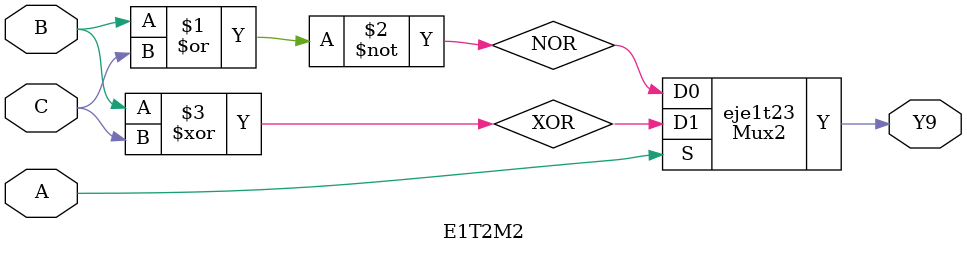
<source format=v>

module Mux2(input wire S, D0, D1, output wire Y);
    //estabeciendo conexiones
  assign Y = S ? D1 : D0;

// Se finaliza el modulo
endmodule

// Se realiza el modulo del Mux 4:1
module Mux4(input wire S0, S1, D0, D1, D2, D3,  output wire Y1);
  // estableciendo conexines
  wire cbl1, cbl2;
  // Se intancia el Mux2:1
  Mux2 caja0(S0, D0, D1, cbl1);
  Mux2 caja1(S0, D2, D3, cbl2);
  Mux2 caja2(S1, cbl1, cbl2, Y1);

//Se finaliza el modulo
endmodule

// Se realiza el modulo del Mux 8:1
module Mux8(input wire D0, D1, D2, D3, D4, D5, D6, D7, S0, S1, S2, output wire Y2);
  // Estableciendo conectores
  wire cbl3, cbl4;
  // se instancian el Mux 4:1 y Mux 2:1
  Mux4 caja01(S0, S1, D0, D1, D2, D3, cbl3);
  Mux4 caja02(S0, S1, D4, D5, D6, D7, cbl4);
  Mux2 caja03(S2, cbl3, cbl4, Y2);

//Se finaliza el modulo
endmodule

// Se realiza el Mux 8:1 del ejercicio 1 de la tabla 1
module E1T1M8(input wire A, B, C, output Y4);

  wire V, G;
  assign V = 1;
  assign G = 0;
  //Se instancia el Mux 8:1
  Mux8 eje1t1(G, V, V, G, V, G, G, V, A, B, C, Y4);
  //Finaliza el modulo
endmodule

// Se realiza el Mux 4:1 del ejercicio 1 de la tabla 1
module E1T1M4(input wire A, B, C, output Y5);
  //se asignan variables
  wire NC;
  assign NC = ~C;

  //Se instancia el Mux 4:1
  Mux4 eje1t12( A, B, C, NC, NC, C, Y5);
endmodule

// Se realiza el Mux 2:1 del ejercicio 1 de la tabla 1
module E1T1M2(input wire A, B, C, output Y6);

  wire XOR,NXOR;
  assign XOR = B ^ C;
  assign NXOR = B ~^ C;

  Mux2 eje1t13(A, XOR, NXOR, Y6);

endmodule

module E1T2M8(input wire A, B, C, output Y7);

  wire V, G;
  assign V = 1;
  assign G = 0;
  //Se instancia el Mux 8:1
  Mux8 eje1t2(V, G, G, G, G, V, V, G, C, B, A, Y7);
  //Finaliza el modulo
endmodule

module E1T2M4(input wire A, B, C, output Y8);
  //se asignan variables
  wire NC;
  assign NC = ~C;
  assign G = 0;

  //Se instancia el Mux 4:1
  Mux4 eje1t22( B, A, NC, G, C, NC, Y8);
endmodule

module E1T2M2(input wire A, B, C, output Y9);
  wire XOR,NOR;
  assign NOR = B ~| C;
  assign XOR = B ^ C;

  Mux2 eje1t23(A, NOR, XOR, Y9);

endmodule

</source>
